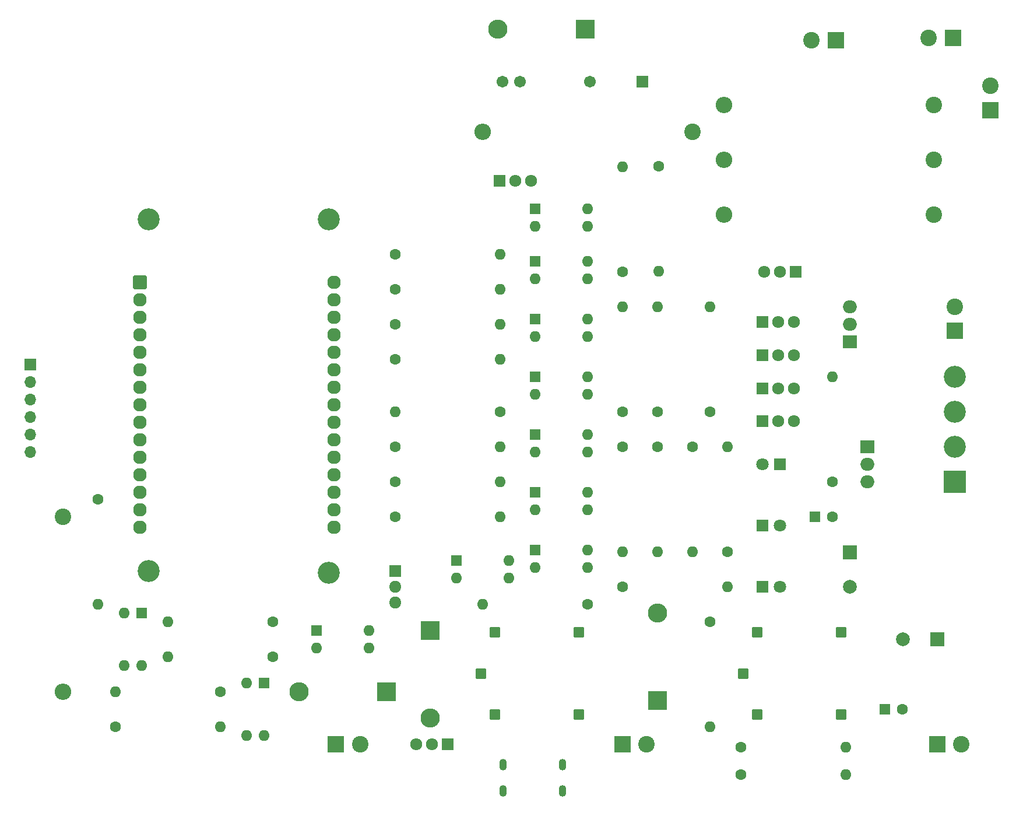
<source format=gbs>
%TF.GenerationSoftware,KiCad,Pcbnew,8.0.3*%
%TF.CreationDate,2024-07-16T18:34:58+05:30*%
%TF.ProjectId,new kicad,6e657720-6b69-4636-9164-2e6b69636164,rev?*%
%TF.SameCoordinates,Original*%
%TF.FileFunction,Soldermask,Bot*%
%TF.FilePolarity,Negative*%
%FSLAX46Y46*%
G04 Gerber Fmt 4.6, Leading zero omitted, Abs format (unit mm)*
G04 Created by KiCad (PCBNEW 8.0.3) date 2024-07-16 18:34:58*
%MOMM*%
%LPD*%
G01*
G04 APERTURE LIST*
G04 Aperture macros list*
%AMRoundRect*
0 Rectangle with rounded corners*
0 $1 Rounding radius*
0 $2 $3 $4 $5 $6 $7 $8 $9 X,Y pos of 4 corners*
0 Add a 4 corners polygon primitive as box body*
4,1,4,$2,$3,$4,$5,$6,$7,$8,$9,$2,$3,0*
0 Add four circle primitives for the rounded corners*
1,1,$1+$1,$2,$3*
1,1,$1+$1,$4,$5*
1,1,$1+$1,$6,$7*
1,1,$1+$1,$8,$9*
0 Add four rect primitives between the rounded corners*
20,1,$1+$1,$2,$3,$4,$5,0*
20,1,$1+$1,$4,$5,$6,$7,0*
20,1,$1+$1,$6,$7,$8,$9,0*
20,1,$1+$1,$8,$9,$2,$3,0*%
G04 Aperture macros list end*
%ADD10R,1.700000X1.700000*%
%ADD11O,1.700000X1.700000*%
%ADD12C,1.600000*%
%ADD13O,1.600000X1.600000*%
%ADD14C,3.200000*%
%ADD15RoundRect,0.102000X-0.876300X-0.876300X0.876300X-0.876300X0.876300X0.876300X-0.876300X0.876300X0*%
%ADD16C,1.956600*%
%ADD17R,2.400000X2.400000*%
%ADD18C,2.400000*%
%ADD19R,1.600000X1.600000*%
%ADD20R,2.000000X1.905000*%
%ADD21O,2.000000X1.905000*%
%ADD22R,1.800000X1.800000*%
%ADD23C,1.800000*%
%ADD24O,2.400000X2.400000*%
%ADD25R,1.710000X1.800000*%
%ADD26O,1.710000X1.800000*%
%ADD27R,3.200000X3.200000*%
%ADD28R,2.800000X2.800000*%
%ADD29O,2.800000X2.800000*%
%ADD30RoundRect,0.102000X-0.654000X-0.654000X0.654000X-0.654000X0.654000X0.654000X-0.654000X0.654000X0*%
%ADD31R,2.000000X2.000000*%
%ADD32C,2.000000*%
%ADD33R,1.800000X1.710000*%
%ADD34O,1.800000X1.710000*%
%ADD35O,1.100000X1.700000*%
%ADD36RoundRect,0.102000X0.754000X0.754000X-0.754000X0.754000X-0.754000X-0.754000X0.754000X-0.754000X0*%
%ADD37C,1.712000*%
G04 APERTURE END LIST*
D10*
%TO.C,J9*%
X74000000Y-89710000D03*
D11*
X74000000Y-92250000D03*
X74000000Y-94790000D03*
X74000000Y-97330000D03*
X74000000Y-99870000D03*
X74000000Y-102410000D03*
%TD*%
D12*
%TO.C,R16*%
X109220000Y-132080000D03*
D13*
X93980000Y-132080000D03*
%TD*%
D14*
%TO.C,U1*%
X91186000Y-68580000D03*
X91186000Y-119634000D03*
X117348000Y-68580000D03*
X117348000Y-119888000D03*
D15*
X89916000Y-77724000D03*
D16*
X89916000Y-80264000D03*
X89916000Y-82804000D03*
X89916000Y-85344000D03*
X89916000Y-87884000D03*
X89916000Y-90424000D03*
X89916000Y-92964000D03*
X89916000Y-95504000D03*
X89916000Y-98044000D03*
X89916000Y-100584000D03*
X89916000Y-103124000D03*
X89916000Y-105664000D03*
X89916000Y-108204000D03*
X89916000Y-110744000D03*
X89916000Y-113284000D03*
X118110000Y-113284000D03*
X118110000Y-110744000D03*
X118110000Y-108204000D03*
X118110000Y-105664000D03*
X118110000Y-103124000D03*
X118110000Y-100584000D03*
X118110000Y-98044000D03*
X118110000Y-95504000D03*
X118110000Y-92964000D03*
X118110000Y-90424000D03*
X118110000Y-87884000D03*
X118110000Y-85344000D03*
X118110000Y-82804000D03*
X118110000Y-80264000D03*
X118110000Y-77724000D03*
%TD*%
D12*
%TO.C,R12*%
X109220000Y-127000000D03*
D13*
X93980000Y-127000000D03*
%TD*%
D12*
%TO.C,R13*%
X160020000Y-101600000D03*
D13*
X160020000Y-116840000D03*
%TD*%
D17*
%TO.C,J4*%
X118420000Y-144780000D03*
D18*
X121920000Y-144780000D03*
%TD*%
D12*
%TO.C,R22*%
X127000000Y-88900000D03*
D13*
X142240000Y-88900000D03*
%TD*%
D19*
%TO.C,U12*%
X115580000Y-128265000D03*
D13*
X115580000Y-130805000D03*
X123200000Y-130805000D03*
X123200000Y-128265000D03*
%TD*%
D19*
%TO.C,U9*%
X147320000Y-99823000D03*
D13*
X147320000Y-102363000D03*
X154940000Y-102363000D03*
X154940000Y-99823000D03*
%TD*%
D12*
%TO.C,R4*%
X172720000Y-127000000D03*
D13*
X172720000Y-142240000D03*
%TD*%
D20*
%TO.C,U8*%
X193040000Y-86360000D03*
D21*
X193040000Y-83820000D03*
X193040000Y-81280000D03*
%TD*%
D22*
%TO.C,D6*%
X180340000Y-113030000D03*
D23*
X182880000Y-113030000D03*
%TD*%
D18*
%TO.C,R23*%
X170180000Y-55880000D03*
D24*
X139700000Y-55880000D03*
%TD*%
D25*
%TO.C,Q7*%
X180340000Y-97940000D03*
D26*
X182620000Y-97940000D03*
X184900000Y-97940000D03*
%TD*%
D12*
%TO.C,R5*%
X127000000Y-101600000D03*
D13*
X142240000Y-101600000D03*
%TD*%
D27*
%TO.C,D3*%
X208280000Y-106680000D03*
D14*
X208280000Y-101600000D03*
X208280000Y-96520000D03*
X208280000Y-91440000D03*
%TD*%
D12*
%TO.C,R17*%
X170180000Y-101600000D03*
D13*
X170180000Y-116840000D03*
%TD*%
D12*
%TO.C,R14*%
X165100000Y-101600000D03*
D13*
X165100000Y-116840000D03*
%TD*%
D20*
%TO.C,U5*%
X195580000Y-101600000D03*
D21*
X195580000Y-104140000D03*
X195580000Y-106680000D03*
%TD*%
D12*
%TO.C,R27*%
X160020000Y-76200000D03*
D13*
X160020000Y-60960000D03*
%TD*%
D18*
%TO.C,R3*%
X78740000Y-111760000D03*
D24*
X78740000Y-137160000D03*
%TD*%
D12*
%TO.C,R6*%
X127000000Y-106680000D03*
D13*
X142240000Y-106680000D03*
%TD*%
D12*
%TO.C,R18*%
X142240000Y-96520000D03*
D13*
X127000000Y-96520000D03*
%TD*%
D17*
%TO.C,J7*%
X208000000Y-42250000D03*
D18*
X204500000Y-42250000D03*
%TD*%
D28*
%TO.C,D8*%
X154600000Y-41000000D03*
D29*
X141900000Y-41000000D03*
%TD*%
D12*
%TO.C,R20*%
X127000000Y-78740000D03*
D13*
X142240000Y-78740000D03*
%TD*%
D25*
%TO.C,Q5*%
X180340000Y-88340000D03*
D26*
X182620000Y-88340000D03*
X184900000Y-88340000D03*
%TD*%
D12*
%TO.C,R9*%
X172720000Y-96520000D03*
D13*
X172720000Y-81280000D03*
%TD*%
D12*
%TO.C,R25*%
X160020000Y-121920000D03*
D13*
X175260000Y-121920000D03*
%TD*%
D18*
%TO.C,R26*%
X205250000Y-60000000D03*
D24*
X174770000Y-60000000D03*
%TD*%
D19*
%TO.C,U14*%
X147320000Y-74674000D03*
D13*
X147320000Y-77214000D03*
X154940000Y-77214000D03*
X154940000Y-74674000D03*
%TD*%
D12*
%TO.C,R11*%
X175260000Y-116840000D03*
D13*
X175260000Y-101600000D03*
%TD*%
D12*
%TO.C,R33*%
X177260000Y-149250000D03*
D13*
X192500000Y-149250000D03*
%TD*%
D12*
%TO.C,R30*%
X165100000Y-96520000D03*
D13*
X165100000Y-81280000D03*
%TD*%
D12*
%TO.C,R21*%
X127000000Y-83820000D03*
D13*
X142240000Y-83820000D03*
%TD*%
D19*
%TO.C,U15*%
X147320000Y-83057000D03*
D13*
X147320000Y-85597000D03*
X154940000Y-85597000D03*
X154940000Y-83057000D03*
%TD*%
D19*
%TO.C,U11*%
X147320000Y-116589000D03*
D13*
X147320000Y-119129000D03*
X154940000Y-119129000D03*
X154940000Y-116589000D03*
%TD*%
D19*
%TO.C,U13*%
X147320000Y-67054000D03*
D13*
X147320000Y-69594000D03*
X154940000Y-69594000D03*
X154940000Y-67054000D03*
%TD*%
D12*
%TO.C,R1*%
X190500000Y-106680000D03*
D13*
X190500000Y-91440000D03*
%TD*%
D12*
%TO.C,R32*%
X177260000Y-145200000D03*
D13*
X192500000Y-145200000D03*
%TD*%
D12*
%TO.C,R2*%
X83820000Y-109220000D03*
D13*
X83820000Y-124460000D03*
%TD*%
D19*
%TO.C,C3*%
X188000000Y-111760000D03*
D12*
X190500000Y-111760000D03*
%TD*%
%TO.C,R7*%
X127000000Y-111760000D03*
D13*
X142240000Y-111760000D03*
%TD*%
D17*
%TO.C,J2*%
X191000000Y-42600000D03*
D18*
X187500000Y-42600000D03*
%TD*%
D17*
%TO.C,J1*%
X160020000Y-144780000D03*
D18*
X163520000Y-144780000D03*
%TD*%
D25*
%TO.C,Q6*%
X180340000Y-93140000D03*
D26*
X182620000Y-93140000D03*
X184900000Y-93140000D03*
%TD*%
D19*
%TO.C,U16*%
X147320000Y-91440000D03*
D13*
X147320000Y-93980000D03*
X154940000Y-93980000D03*
X154940000Y-91440000D03*
%TD*%
D12*
%TO.C,R15*%
X154940000Y-124460000D03*
D13*
X139700000Y-124460000D03*
%TD*%
D30*
%TO.C,U2*%
X141463250Y-128526750D03*
X139463250Y-134526750D03*
X141463250Y-140526750D03*
X153663250Y-140526750D03*
X153663250Y-128526750D03*
%TD*%
D22*
%TO.C,D4*%
X182880000Y-104140000D03*
D23*
X180340000Y-104140000D03*
%TD*%
D30*
%TO.C,U3*%
X179563250Y-128526750D03*
X177563250Y-134526750D03*
X179563250Y-140526750D03*
X191763250Y-140526750D03*
X191763250Y-128526750D03*
%TD*%
D22*
%TO.C,D7*%
X180340000Y-121920000D03*
D23*
X182880000Y-121920000D03*
%TD*%
D25*
%TO.C,Q4*%
X180340000Y-83540000D03*
D26*
X182620000Y-83540000D03*
X184900000Y-83540000D03*
%TD*%
D19*
%TO.C,U7*%
X107955000Y-135900000D03*
D13*
X105415000Y-135900000D03*
X105415000Y-143520000D03*
X107955000Y-143520000D03*
%TD*%
D12*
%TO.C,R28*%
X165250000Y-60880000D03*
D13*
X165250000Y-76120000D03*
%TD*%
D28*
%TO.C,D1*%
X132080000Y-128270000D03*
D29*
X132080000Y-140970000D03*
%TD*%
D25*
%TO.C,Q3*%
X185160000Y-76200000D03*
D26*
X182880000Y-76200000D03*
X180600000Y-76200000D03*
%TD*%
D31*
%TO.C,C2*%
X193040000Y-116920000D03*
D32*
X193040000Y-121920000D03*
%TD*%
D31*
%TO.C,C1*%
X205740000Y-129540000D03*
D32*
X200740000Y-129540000D03*
%TD*%
D18*
%TO.C,R31*%
X205250000Y-52050000D03*
D24*
X174770000Y-52050000D03*
%TD*%
D17*
%TO.C,J3*%
X208280000Y-84780000D03*
D18*
X208280000Y-81280000D03*
%TD*%
D25*
%TO.C,Q1*%
X134620000Y-144780000D03*
D26*
X132340000Y-144780000D03*
X130060000Y-144780000D03*
%TD*%
D33*
%TO.C,Q2*%
X127000000Y-119640000D03*
D34*
X127000000Y-121920000D03*
X127000000Y-124200000D03*
%TD*%
D12*
%TO.C,R19*%
X127000000Y-73660000D03*
D13*
X142240000Y-73660000D03*
%TD*%
D12*
%TO.C,R10*%
X86360000Y-142240000D03*
D13*
X101600000Y-142240000D03*
%TD*%
D19*
%TO.C,U4*%
X90175000Y-125740000D03*
D13*
X87635000Y-125740000D03*
X87635000Y-133360000D03*
X90175000Y-133360000D03*
%TD*%
D19*
%TO.C,C4*%
X198160000Y-139700000D03*
D12*
X200660000Y-139700000D03*
%TD*%
D19*
%TO.C,U6*%
X135900000Y-118105000D03*
D13*
X135900000Y-120645000D03*
X143520000Y-120645000D03*
X143520000Y-118105000D03*
%TD*%
D12*
%TO.C,R8*%
X101600000Y-137160000D03*
D13*
X86360000Y-137160000D03*
%TD*%
D35*
%TO.C,J6*%
X142680000Y-147750000D03*
X142680000Y-151550000D03*
X151320000Y-147750000D03*
X151320000Y-151550000D03*
%TD*%
D12*
%TO.C,R29*%
X160020000Y-96520000D03*
D13*
X160020000Y-81280000D03*
%TD*%
D18*
%TO.C,R24*%
X205250000Y-67950000D03*
D24*
X174770000Y-67950000D03*
%TD*%
D25*
%TO.C,Q8*%
X142190000Y-63000000D03*
D26*
X144470000Y-63000000D03*
X146750000Y-63000000D03*
%TD*%
D28*
%TO.C,D5*%
X125730000Y-137160000D03*
D29*
X113030000Y-137160000D03*
%TD*%
D17*
%TO.C,J8*%
X213500000Y-52750000D03*
D18*
X213500000Y-49250000D03*
%TD*%
D36*
%TO.C,K1*%
X162910000Y-48650000D03*
D37*
X155290000Y-48650000D03*
X145130000Y-48650000D03*
X142590000Y-48650000D03*
%TD*%
D17*
%TO.C,J5*%
X205740000Y-144780000D03*
D18*
X209240000Y-144780000D03*
%TD*%
D19*
%TO.C,U10*%
X147320000Y-108206000D03*
D13*
X147320000Y-110746000D03*
X154940000Y-110746000D03*
X154940000Y-108206000D03*
%TD*%
D28*
%TO.C,D2*%
X165100000Y-138430000D03*
D29*
X165100000Y-125730000D03*
%TD*%
M02*

</source>
